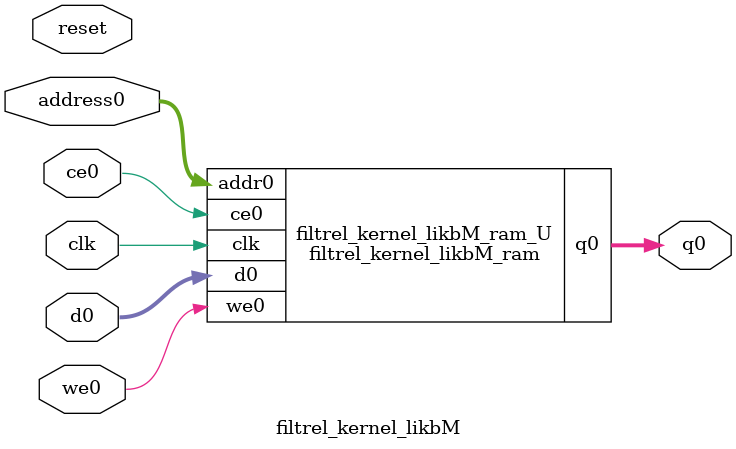
<source format=v>
`timescale 1 ns / 1 ps
module filtrel_kernel_likbM_ram (addr0, ce0, d0, we0, q0,  clk);

parameter DWIDTH = 8;
parameter AWIDTH = 12;
parameter MEM_SIZE = 2900;

input[AWIDTH-1:0] addr0;
input ce0;
input[DWIDTH-1:0] d0;
input we0;
output reg[DWIDTH-1:0] q0;
input clk;

(* ram_style = "block" *)reg [DWIDTH-1:0] ram[0:MEM_SIZE-1];




always @(posedge clk)  
begin 
    if (ce0) 
    begin
        if (we0) 
        begin 
            ram[addr0] <= d0; 
        end 
        q0 <= ram[addr0];
    end
end


endmodule

`timescale 1 ns / 1 ps
module filtrel_kernel_likbM(
    reset,
    clk,
    address0,
    ce0,
    we0,
    d0,
    q0);

parameter DataWidth = 32'd8;
parameter AddressRange = 32'd2900;
parameter AddressWidth = 32'd12;
input reset;
input clk;
input[AddressWidth - 1:0] address0;
input ce0;
input we0;
input[DataWidth - 1:0] d0;
output[DataWidth - 1:0] q0;



filtrel_kernel_likbM_ram filtrel_kernel_likbM_ram_U(
    .clk( clk ),
    .addr0( address0 ),
    .ce0( ce0 ),
    .we0( we0 ),
    .d0( d0 ),
    .q0( q0 ));

endmodule


</source>
